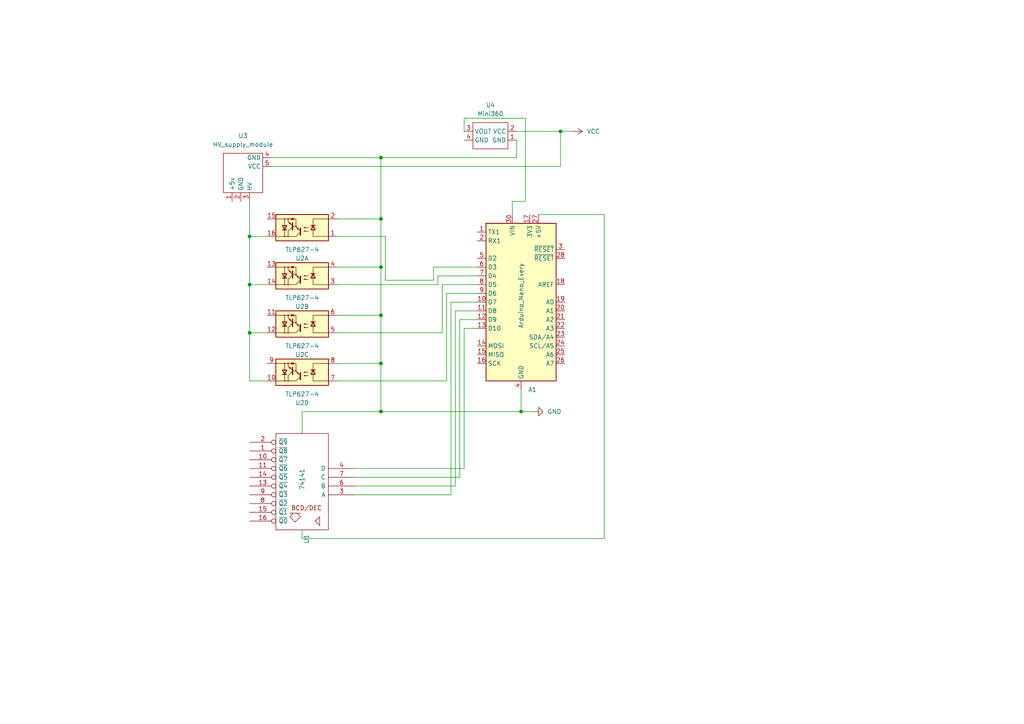
<source format=kicad_sch>
(kicad_sch (version 20211123) (generator eeschema)
  (paper "A4")
  (lib_symbols
    (symbol "74xx_IEEE:74141" (pin_names (offset 0.762))
      (property "Reference" "U" (at 0 0 0))
      (property "Value" "74141" (at 7.62 -15.24 0))
      (symbol "74141_0_0"
        (polyline (pts (xy 3.556 9.144) (xy 3.048 9.144) (xy 3.048 9.144)))
        (polyline (pts (xy -5.08 12.7) (xy -5.08 10.16) (xy -3.81 11.43) (xy -5.08 12.7) (xy -5.08 12.7)))
        (polyline (pts (xy 2.54 9.144) (xy 3.556 10.16) (xy 2.032 11.684) (xy 0.508 10.16) (xy 1.524 9.144) (xy 0.508 9.144) (xy 3.556 9.144)))
        (text "BCD/DEC" (at -1.27 7.62 0) (effects (font (size 1.27 1.27))))
        (pin power_in line (at 0 -13.97 90) (length 0) hide (name "GND") (number "12"))
        (pin power_in line (at 0 13.97 270) (length 0) hide (name "VCC") (number "5"))
      )
      (symbol "74141_0_1"
        (rectangle (start -7.62 13.97) (end 7.62 -13.97))
      )
      (symbol "74141_1_1"
        (pin open_collector inverted (at 15.24 -8.89 180) (length 7.62) (name "~{Q8}") (number "1"))
        (pin open_collector inverted (at 15.24 -6.35 180) (length 7.62) (name "~{Q7}") (number "10"))
        (pin open_collector inverted (at 15.24 -3.81 180) (length 7.62) (name "~{Q6}") (number "11"))
        (pin open_collector inverted (at 15.24 1.27 180) (length 7.62) (name "~{Q4}") (number "13"))
        (pin open_collector inverted (at 15.24 -1.27 180) (length 7.62) (name "~{Q5}") (number "14"))
        (pin open_collector inverted (at 15.24 8.89 180) (length 7.62) (name "~{Q1}") (number "15"))
        (pin open_collector inverted (at 15.24 11.43 180) (length 7.62) (name "~{Q0}") (number "16"))
        (pin open_collector inverted (at 15.24 -11.43 180) (length 7.62) (name "~{Q9}") (number "2"))
        (pin input line (at -15.24 3.81 0) (length 7.62) (name "A") (number "3"))
        (pin input line (at -15.24 -3.81 0) (length 7.62) (name "D") (number "4"))
        (pin input line (at -15.24 1.27 0) (length 7.62) (name "B") (number "6"))
        (pin input line (at -15.24 -1.27 0) (length 7.62) (name "C") (number "7"))
        (pin open_collector inverted (at 15.24 6.35 180) (length 7.62) (name "~{Q2}") (number "8"))
        (pin open_collector inverted (at 15.24 3.81 180) (length 7.62) (name "~{Q3}") (number "9"))
      )
    )
    (symbol "Converter_DCDC:HV_supply_module"
      (property "Reference" "U" (at 5.08 12.7 0))
      (property "Value" "HV_supply_module" (at 5.08 15.24 0))
      (symbol "HV_supply_module_0_1"
        (rectangle (start 0 0) (end 11.43 11.43))
      )
      (symbol "HV_supply_module_1_1"
        (pin output line (at 2.54 -2.54 90) (length 2.54) (name "+5v") (number "1"))
        (pin bidirectional line (at 5.08 -2.54 90) (length 2.54) (name "GND") (number "2"))
        (pin output line (at 7.62 -2.54 90) (length 2.54) (name "HV") (number "3"))
        (pin input line (at 13.97 10.16 180) (length 2.54) (name "GND") (number "4"))
        (pin input line (at 13.97 7.62 180) (length 2.54) (name "VCC") (number "5"))
      )
    )
    (symbol "Converter_DCDC:Mini360"
      (property "Reference" "U" (at 5.08 0 90))
      (property "Value" "Mini360" (at -5.08 0 90))
      (symbol "Mini360_0_1"
        (rectangle (start -3.81 -5.08) (end 3.81 5.08))
      )
      (symbol "Mini360_1_1"
        (pin input line (at -1.27 -7.62 90) (length 2.54) (name "GND") (number "1"))
        (pin input line (at 1.27 -7.62 90) (length 2.54) (name "VCC") (number "2"))
        (pin output line (at 1.27 7.62 270) (length 2.54) (name "VOUT") (number "3"))
        (pin output line (at -1.27 7.62 270) (length 2.54) (name "GND") (number "4"))
      )
    )
    (symbol "Isolator:TLP627-4" (pin_names (offset 1.016))
      (property "Reference" "U" (at -7.62 5.08 0))
      (property "Value" "TLP627-4" (at 0 5.08 0))
      (symbol "TLP627-4_0_1"
        (rectangle (start -7.62 3.81) (end 7.62 -3.81) (stroke (width 0.254)) (fill (type background)))
        (polyline (pts (xy -3.81 -0.635) (xy -2.54 -0.635)) (stroke (width 0.254)))
        (polyline (pts (xy 0.508 1.016) (xy 1.778 -0.254)))
        (polyline (pts (xy 0.508 1.27) (xy 1.778 2.54)))
        (polyline (pts (xy 0.508 2.159) (xy 0.508 0.127)) (stroke (width 0.3556)))
        (polyline (pts (xy 1.778 2.54) (xy 7.62 2.54)))
        (polyline (pts (xy 2.794 -0.508) (xy 4.064 -1.778)))
        (polyline (pts (xy 2.794 -0.381) (xy 1.778 -0.381)))
        (polyline (pts (xy 2.794 -0.254) (xy 4.064 1.016)))
        (polyline (pts (xy 4.064 -2.54) (xy 7.62 -2.54)))
        (polyline (pts (xy 4.064 -1.778) (xy 4.064 -2.54)))
        (polyline (pts (xy 4.064 1.016) (xy 4.064 2.54)))
        (polyline (pts (xy 4.445 0.635) (xy 5.715 0.635)) (stroke (width 0.254)))
        (polyline (pts (xy 5.08 0.635) (xy 5.08 -2.54)))
        (polyline (pts (xy 5.08 0.635) (xy 5.08 2.54)))
        (polyline (pts (xy -7.62 2.54) (xy -3.175 2.54) (xy -3.175 -0.635)))
        (polyline (pts (xy -3.175 -0.635) (xy -3.175 -2.54) (xy -7.62 -2.54)))
        (polyline (pts (xy 2.794 0.635) (xy 2.794 -1.397) (xy 2.794 -1.397)) (stroke (width 0.3556)))
        (polyline (pts (xy -3.175 -0.635) (xy -3.81 0.635) (xy -2.54 0.635) (xy -3.175 -0.635)) (stroke (width 0.254)))
        (polyline (pts (xy 1.524 0) (xy 1.27 0.508) (xy 1.016 0.254) (xy 1.524 0)))
        (polyline (pts (xy 3.81 -1.524) (xy 3.556 -1.016) (xy 3.302 -1.27) (xy 3.81 -1.524)))
        (polyline (pts (xy 5.08 0.635) (xy 4.445 -0.635) (xy 5.715 -0.635) (xy 5.08 0.635)) (stroke (width 0.254)))
        (polyline (pts (xy -1.778 0) (xy -0.508 0) (xy -0.889 -0.127) (xy -0.889 0.127) (xy -0.508 0)))
        (polyline (pts (xy -1.778 1.016) (xy -0.508 1.016) (xy -0.889 0.889) (xy -0.889 1.143) (xy -0.508 1.016)))
        (polyline (pts (xy 1.778 -0.254) (xy 1.778 -2.54) (xy 2.286 -2.54) (xy 2.413 -2.286) (xy 2.54 -2.794) (xy 2.667 -2.286) (xy 2.794 -2.794) (xy 2.921 -2.286) (xy 3.048 -2.794) (xy 3.175 -2.286) (xy 3.302 -2.54) (xy 4.064 -2.54)))
        (circle (center 1.778 -0.381) (radius 0.127))
        (circle (center 4.064 -2.54) (radius 0.127))
        (circle (center 4.064 2.54) (radius 0.127))
        (circle (center 5.08 -2.54) (radius 0.127))
        (circle (center 5.08 2.54) (radius 0.127))
      )
      (symbol "TLP627-4_1_1"
        (pin passive line (at -10.16 2.54 0) (length 2.54) (name "~") (number "1"))
        (pin passive line (at 10.16 -2.54 180) (length 2.54) (name "~") (number "15"))
        (pin passive line (at 10.16 2.54 180) (length 2.54) (name "~") (number "16"))
        (pin passive line (at -10.16 -2.54 0) (length 2.54) (name "~") (number "2"))
      )
      (symbol "TLP627-4_2_1"
        (pin passive line (at 10.16 -2.54 180) (length 2.54) (name "~") (number "13"))
        (pin passive line (at 10.16 2.54 180) (length 2.54) (name "~") (number "14"))
        (pin passive line (at -10.16 2.54 0) (length 2.54) (name "~") (number "3"))
        (pin passive line (at -10.16 -2.54 0) (length 2.54) (name "~") (number "4"))
      )
      (symbol "TLP627-4_3_1"
        (pin passive line (at 10.16 -2.54 180) (length 2.54) (name "~") (number "11"))
        (pin passive line (at 10.16 2.54 180) (length 2.54) (name "~") (number "12"))
        (pin passive line (at -10.16 2.54 0) (length 2.54) (name "~") (number "5"))
        (pin passive line (at -10.16 -2.54 0) (length 2.54) (name "~") (number "6"))
      )
      (symbol "TLP627-4_4_1"
        (pin passive line (at 10.16 2.54 180) (length 2.54) (name "~") (number "10"))
        (pin passive line (at -10.16 2.54 0) (length 2.54) (name "~") (number "7"))
        (pin passive line (at -10.16 -2.54 0) (length 2.54) (name "~") (number "8"))
        (pin passive line (at 10.16 -2.54 180) (length 2.54) (name "~") (number "9"))
      )
    )
    (symbol "MCU_Module:Arduino_Nano_Every"
      (property "Reference" "A" (at -10.16 23.495 0))
      (property "Value" "Arduino_Nano_Every" (at 5.08 -24.13 0))
      (symbol "Arduino_Nano_Every_0_1"
        (rectangle (start -10.16 22.86) (end 10.16 -22.86) (stroke (width 0.254)) (fill (type background)))
      )
      (symbol "Arduino_Nano_Every_1_1"
        (pin bidirectional line (at -12.7 20.32 0) (length 2.54) (name "TX1") (number "1"))
        (pin bidirectional line (at -12.7 0 0) (length 2.54) (name "D7") (number "10"))
        (pin bidirectional line (at -12.7 -2.54 0) (length 2.54) (name "D8") (number "11"))
        (pin bidirectional line (at -12.7 -5.08 0) (length 2.54) (name "D9") (number "12"))
        (pin bidirectional line (at -12.7 -7.62 0) (length 2.54) (name "D10") (number "13"))
        (pin bidirectional line (at -12.7 -12.7 0) (length 2.54) (name "MOSI") (number "14"))
        (pin bidirectional line (at -12.7 -15.24 0) (length 2.54) (name "MISO") (number "15"))
        (pin bidirectional line (at -12.7 -17.78 0) (length 2.54) (name "SCK") (number "16"))
        (pin power_out line (at 2.54 25.4 270) (length 2.54) (name "3V3") (number "17"))
        (pin input line (at 12.7 5.08 180) (length 2.54) (name "AREF") (number "18"))
        (pin bidirectional line (at 12.7 0 180) (length 2.54) (name "A0") (number "19"))
        (pin bidirectional line (at -12.7 17.78 0) (length 2.54) (name "RX1") (number "2"))
        (pin bidirectional line (at 12.7 -2.54 180) (length 2.54) (name "A1") (number "20"))
        (pin bidirectional line (at 12.7 -5.08 180) (length 2.54) (name "A2") (number "21"))
        (pin bidirectional line (at 12.7 -7.62 180) (length 2.54) (name "A3") (number "22"))
        (pin bidirectional line (at 12.7 -10.16 180) (length 2.54) (name "SDA/A4") (number "23"))
        (pin bidirectional line (at 12.7 -12.7 180) (length 2.54) (name "SCL/A5") (number "24"))
        (pin bidirectional line (at 12.7 -15.24 180) (length 2.54) (name "A6") (number "25"))
        (pin bidirectional line (at 12.7 -17.78 180) (length 2.54) (name "A7") (number "26"))
        (pin power_out line (at 5.08 25.4 270) (length 2.54) (name "+5V") (number "27"))
        (pin input line (at 12.7 12.7 180) (length 2.54) (name "~{RESET}") (number "28"))
        (pin passive line (at 0 -25.4 90) (length 2.54) hide (name "GND") (number "29"))
        (pin input line (at 12.7 15.24 180) (length 2.54) (name "~{RESET}") (number "3"))
        (pin power_in line (at -2.54 25.4 270) (length 2.54) (name "VIN") (number "30"))
        (pin power_in line (at 0 -25.4 90) (length 2.54) (name "GND") (number "4"))
        (pin bidirectional line (at -12.7 12.7 0) (length 2.54) (name "D2") (number "5"))
        (pin bidirectional line (at -12.7 10.16 0) (length 2.54) (name "D3") (number "6"))
        (pin bidirectional line (at -12.7 7.62 0) (length 2.54) (name "D4") (number "7"))
        (pin bidirectional line (at -12.7 5.08 0) (length 2.54) (name "D5") (number "8"))
        (pin bidirectional line (at -12.7 2.54 0) (length 2.54) (name "D6") (number "9"))
      )
    )
    (symbol "power:GND" (power) (pin_names (offset 0))
      (property "Value" "GND" (at 0 -3.81 0))
      (symbol "GND_0_1"
        (polyline (pts (xy 0 0) (xy 0 -1.27) (xy 1.27 -1.27) (xy 0 -2.54) (xy -1.27 -1.27) (xy 0 -1.27)))
      )
      (symbol "GND_1_1"
        (pin power_in line (at 0 0 270) (length 0) hide (name "GND") (number "1"))
      )
    )
    (symbol "power:VCC" (power) (pin_names (offset 0))
      (property "Value" "VCC" (at 0 3.81 0))
      (symbol "VCC_0_1"
        (polyline (pts (xy -0.762 1.27) (xy 0 2.54)))
        (polyline (pts (xy 0 0) (xy 0 2.54)))
        (polyline (pts (xy 0 2.54) (xy 0.762 1.27)))
      )
      (symbol "VCC_1_1"
        (pin power_in line (at 0 0 90) (length 0) hide (name "VCC") (number "1"))
      )
    )
  )
  (junction (at 110.49 91.44))
  (junction (at 110.49 77.47))
  (junction (at 72.39 68.58))
  (junction (at 110.49 105.41))
  (junction (at 72.39 96.52))
  (junction (at 72.39 82.55))
  (junction (at 110.49 63.5))
  (junction (at 110.49 45.72))
  (junction (at 151.13 119.38))
  (junction (at 162.56 38.1))
  (junction (at 110.49 119.38))
  (wire (pts (xy 134.62 135.89) (xy 134.62 95.25)))
  (wire (pts (xy 72.39 110.49) (xy 77.47 110.49)))
  (wire (pts (xy 128.27 82.55) (xy 138.43 82.55)))
  (wire (pts (xy 97.79 77.47) (xy 110.49 77.47)))
  (wire (pts (xy 132.08 90.17) (xy 138.43 90.17)))
  (wire (pts (xy 72.39 82.55) (xy 77.47 82.55)))
  (wire (pts (xy 97.79 96.52) (xy 128.27 96.52)))
  (wire (pts (xy 72.39 96.52) (xy 72.39 110.49)))
  (wire (pts (xy 72.39 96.52) (xy 77.47 96.52)))
  (wire (pts (xy 175.26 62.23) (xy 175.26 156.21)))
  (wire (pts (xy 110.49 105.41) (xy 110.49 119.38)))
  (wire (pts (xy 127 80.01) (xy 138.43 80.01)))
  (wire (pts (xy 175.26 156.21) (xy 87.63 156.21)))
  (wire (pts (xy 72.39 58.42) (xy 72.39 68.58)))
  (wire (pts (xy 97.79 63.5) (xy 110.49 63.5)))
  (wire (pts (xy 72.39 68.58) (xy 77.47 68.58)))
  (wire (pts (xy 127 82.55) (xy 127 80.01)))
  (wire (pts (xy 97.79 82.55) (xy 127 82.55)))
  (wire (pts (xy 111.76 68.58) (xy 111.76 81.28)))
  (wire (pts (xy 102.87 140.97) (xy 132.08 140.97)))
  (wire (pts (xy 102.87 143.51) (xy 130.81 143.51)))
  (wire (pts (xy 149.86 38.1) (xy 162.56 38.1)))
  (wire (pts (xy 129.54 85.09) (xy 138.43 85.09)))
  (wire (pts (xy 125.73 77.47) (xy 138.43 77.47)))
  (wire (pts (xy 72.39 82.55) (xy 72.39 96.52)))
  (wire (pts (xy 130.81 143.51) (xy 130.81 87.63)))
  (wire (pts (xy 125.73 81.28) (xy 125.73 77.47)))
  (wire (pts (xy 133.35 92.71) (xy 138.43 92.71)))
  (wire (pts (xy 134.62 38.1) (xy 134.62 34.29)))
  (wire (pts (xy 110.49 77.47) (xy 110.49 91.44)))
  (wire (pts (xy 134.62 95.25) (xy 138.43 95.25)))
  (wire (pts (xy 152.4 34.29) (xy 152.4 58.42)))
  (wire (pts (xy 110.49 119.38) (xy 151.13 119.38)))
  (wire (pts (xy 110.49 63.5) (xy 110.49 77.47)))
  (wire (pts (xy 97.79 91.44) (xy 110.49 91.44)))
  (wire (pts (xy 110.49 63.5) (xy 110.49 45.72)))
  (wire (pts (xy 111.76 81.28) (xy 125.73 81.28)))
  (wire (pts (xy 154.94 119.38) (xy 151.13 119.38)))
  (wire (pts (xy 151.13 119.38) (xy 151.13 113.03)))
  (wire (pts (xy 87.63 156.21) (xy 87.63 153.67)))
  (wire (pts (xy 87.63 119.38) (xy 110.49 119.38)))
  (wire (pts (xy 128.27 96.52) (xy 128.27 82.55)))
  (wire (pts (xy 148.59 58.42) (xy 148.59 62.23)))
  (wire (pts (xy 97.79 110.49) (xy 129.54 110.49)))
  (wire (pts (xy 102.87 135.89) (xy 134.62 135.89)))
  (wire (pts (xy 133.35 138.43) (xy 133.35 92.71)))
  (wire (pts (xy 162.56 38.1) (xy 166.37 38.1)))
  (wire (pts (xy 162.56 38.1) (xy 162.56 48.26)))
  (wire (pts (xy 110.49 91.44) (xy 110.49 105.41)))
  (wire (pts (xy 110.49 45.72) (xy 149.86 45.72)))
  (wire (pts (xy 152.4 58.42) (xy 148.59 58.42)))
  (wire (pts (xy 129.54 110.49) (xy 129.54 85.09)))
  (wire (pts (xy 87.63 125.73) (xy 87.63 119.38)))
  (wire (pts (xy 134.62 34.29) (xy 152.4 34.29)))
  (wire (pts (xy 162.56 48.26) (xy 78.74 48.26)))
  (wire (pts (xy 132.08 140.97) (xy 132.08 90.17)))
  (wire (pts (xy 149.86 45.72) (xy 149.86 40.64)))
  (wire (pts (xy 156.21 62.23) (xy 175.26 62.23)))
  (wire (pts (xy 110.49 45.72) (xy 78.74 45.72)))
  (wire (pts (xy 97.79 105.41) (xy 110.49 105.41)))
  (wire (pts (xy 130.81 87.63) (xy 138.43 87.63)))
  (wire (pts (xy 97.79 68.58) (xy 111.76 68.58)))
  (wire (pts (xy 72.39 68.58) (xy 72.39 82.55)))
  (wire (pts (xy 102.87 138.43) (xy 133.35 138.43)))
  (symbol (lib_id "Converter_DCDC:Mini360") (at 142.24 39.37 90) (unit 1)
    (property "Reference" "U4" (at 142.24 30.48 90))
    (property "Value" "Mini360" (at 142.24 33.02 90))
    (property "Footprint" "Converter_DCDC:DC-DC_MINI_360_Step_down" (effects hide))
  )
  (symbol (lib_id "74xx_IEEE:74141") (at 87.63 139.7 180) (unit 1)
    (property "Reference" "U1" (at 88.9001 154.94 90) (effects (justify left)))
    (property "Value" "74141" (at 87.63 135.89 90) (effects (justify left)))
    (property "Footprint" "Package_DIP:DIP-16_W7.62mm" (effects hide))
  )
  (symbol (lib_id "power:VCC") (at 166.37 38.1 270) (unit 1)
    (property "Reference" "#PWR0102" (effects hide))
    (property "Value" "VCC" (at 170.18 38.0999 90) (effects (justify left)))
  )
  (symbol (lib_id "Converter_DCDC:HV_supply_module") (at 64.77 55.88 0) (unit 1)
    (property "Reference" "U3" (at 70.485 39.37 0))
    (property "Value" "HV_supply_module" (at 70.485 41.91 0))
    (property "Footprint" "Converter_DCDC:HV_supply_module" (effects hide))
  )
  (symbol (lib_id "Isolator:TLP627-4") (at 87.63 107.95 180) (unit 4)
    (property "Reference" "U2" (at 87.63 116.84 0))
    (property "Value" "TLP627-4" (at 87.63 114.3 0))
    (property "Footprint" "Package_DIP:DIP-16_W7.62mm" (effects hide))
    (property "Datasheet" "https://toshiba.semicon-storage.com/info/docget.jsp?did=16914&prodName=TLP627" (effects hide))
  )
  (symbol (lib_id "Isolator:TLP627-4") (at 87.63 80.01 180) (unit 2)
    (property "Reference" "U2" (at 87.63 88.9 0))
    (property "Value" "TLP627-4" (at 87.63 86.36 0))
    (property "Footprint" "Package_DIP:DIP-16_W7.62mm" (effects hide))
    (property "Datasheet" "https://toshiba.semicon-storage.com/info/docget.jsp?did=16914&prodName=TLP627" (effects hide))
  )
  (symbol (lib_id "MCU_Module:Arduino_Nano_Every") (at 151.13 87.63 0) (unit 1)
    (property "Reference" "A1" (at 153.1494 113.03 0) (effects (justify left)))
    (property "Value" "Arduino_Nano_Every" (at 151.13 95.25 90) (effects (justify left)))
    (property "Footprint" "Module:Arduino_Nano" (effects hide))
    (property "Datasheet" "https://content.arduino.cc/assets/NANOEveryV3.0_sch.pdf" (effects hide))
  )
  (symbol (lib_id "Isolator:TLP627-4") (at 87.63 66.04 180) (unit 1)
    (property "Reference" "U2" (at 87.63 74.93 0))
    (property "Value" "TLP627-4" (at 87.63 72.39 0))
    (property "Footprint" "Package_DIP:DIP-16_W7.62mm" (effects hide))
    (property "Datasheet" "https://toshiba.semicon-storage.com/info/docget.jsp?did=16914&prodName=TLP627" (effects hide))
  )
  (symbol (lib_id "Isolator:TLP627-4") (at 87.63 93.98 180) (unit 3)
    (property "Reference" "U2" (at 87.63 102.87 0))
    (property "Value" "TLP627-4" (at 87.63 100.33 0))
    (property "Footprint" "Package_DIP:DIP-16_W7.62mm" (effects hide))
    (property "Datasheet" "https://toshiba.semicon-storage.com/info/docget.jsp?did=16914&prodName=TLP627" (effects hide))
  )
  (symbol (lib_id "power:GND") (at 154.94 119.38 90) (unit 1)
    (property "Reference" "#PWR0101" (effects hide))
    (property "Value" "GND" (at 158.75 119.3799 90) (effects (justify right)))
  )
)
</source>
